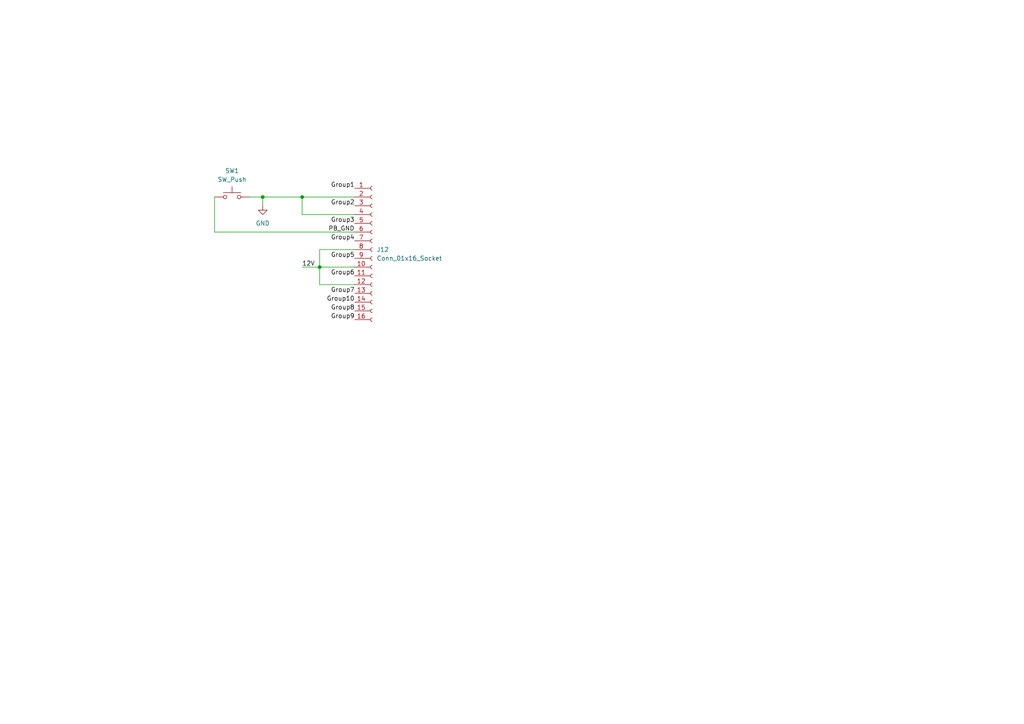
<source format=kicad_sch>
(kicad_sch (version 20250114) (generator "eeschema") (generator_version "9.0")
  (paper "A4")
  (lib_symbols
    (symbol "Connector:Conn_01x16_Socket" (pin_names (offset 1.016) (hide yes))
      (property "Reference" "J" (at 0 20.32 0))
      (property "Value" "Conn_01x16_Socket" (at 0 -22.86 0))
      (symbol "Conn_01x16_Socket_1_1"
        (polyline (pts (xy -1.27 17.78) (xy -0.508 17.78)) (stroke (width 0.1524)))
        (polyline (pts (xy -1.27 15.24) (xy -0.508 15.24)) (stroke (width 0.1524)))
        (polyline (pts (xy -1.27 12.7) (xy -0.508 12.7)) (stroke (width 0.1524)))
        (polyline (pts (xy -1.27 10.16) (xy -0.508 10.16)) (stroke (width 0.1524)))
        (polyline (pts (xy -1.27 7.62) (xy -0.508 7.62)) (stroke (width 0.1524)))
        (polyline (pts (xy -1.27 5.08) (xy -0.508 5.08)) (stroke (width 0.1524)))
        (polyline (pts (xy -1.27 2.54) (xy -0.508 2.54)) (stroke (width 0.1524)))
        (polyline (pts (xy -1.27 0) (xy -0.508 0)) (stroke (width 0.1524)))
        (polyline (pts (xy -1.27 -2.54) (xy -0.508 -2.54)) (stroke (width 0.1524)))
        (polyline (pts (xy -1.27 -5.08) (xy -0.508 -5.08)) (stroke (width 0.1524)))
        (polyline (pts (xy -1.27 -7.62) (xy -0.508 -7.62)) (stroke (width 0.1524)))
        (polyline (pts (xy -1.27 -10.16) (xy -0.508 -10.16)) (stroke (width 0.1524)))
        (polyline (pts (xy -1.27 -12.7) (xy -0.508 -12.7)) (stroke (width 0.1524)))
        (polyline (pts (xy -1.27 -15.24) (xy -0.508 -15.24)) (stroke (width 0.1524)))
        (polyline (pts (xy -1.27 -17.78) (xy -0.508 -17.78)) (stroke (width 0.1524)))
        (polyline (pts (xy -1.27 -20.32) (xy -0.508 -20.32)) (stroke (width 0.1524)))
        (arc (start 0 17.272) (mid -0.5058 17.78) (end 0 18.288) (stroke (width 0.1524)))
        (arc (start 0 14.732) (mid -0.5058 15.24) (end 0 15.748) (stroke (width 0.1524)))
        (arc (start 0 12.192) (mid -0.5058 12.7) (end 0 13.208) (stroke (width 0.1524)))
        (arc (start 0 9.652) (mid -0.5058 10.16) (end 0 10.668) (stroke (width 0.1524)))
        (arc (start 0 7.112) (mid -0.5058 7.62) (end 0 8.128) (stroke (width 0.1524)))
        (arc (start 0 4.572) (mid -0.5058 5.08) (end 0 5.588) (stroke (width 0.1524)))
        (arc (start 0 2.032) (mid -0.5058 2.54) (end 0 3.048) (stroke (width 0.1524)))
        (arc (start 0 -0.508) (mid -0.5058 0) (end 0 0.508) (stroke (width 0.1524)))
        (arc (start 0 -3.048) (mid -0.5058 -2.54) (end 0 -2.032) (stroke (width 0.1524)))
        (arc (start 0 -5.588) (mid -0.5058 -5.08) (end 0 -4.572) (stroke (width 0.1524)))
        (arc (start 0 -8.128) (mid -0.5058 -7.62) (end 0 -7.112) (stroke (width 0.1524)))
        (arc (start 0 -10.668) (mid -0.5058 -10.16) (end 0 -9.652) (stroke (width 0.1524)))
        (arc (start 0 -13.208) (mid -0.5058 -12.7) (end 0 -12.192) (stroke (width 0.1524)))
        (arc (start 0 -15.748) (mid -0.5058 -15.24) (end 0 -14.732) (stroke (width 0.1524)))
        (arc (start 0 -18.288) (mid -0.5058 -17.78) (end 0 -17.272) (stroke (width 0.1524)))
        (arc (start 0 -20.828) (mid -0.5058 -20.32) (end 0 -19.812) (stroke (width 0.1524)))
        (pin passive line (at -5.08 17.78 0) (length 3.81) (name "Pin_1") (number "1"))
        (pin passive line (at -5.08 15.24 0) (length 3.81) (name "Pin_2") (number "2"))
        (pin passive line (at -5.08 12.7 0) (length 3.81) (name "Pin_3") (number "3"))
        (pin passive line (at -5.08 10.16 0) (length 3.81) (name "Pin_4") (number "4"))
        (pin passive line (at -5.08 7.62 0) (length 3.81) (name "Pin_5") (number "5"))
        (pin passive line (at -5.08 5.08 0) (length 3.81) (name "Pin_6") (number "6"))
        (pin passive line (at -5.08 2.54 0) (length 3.81) (name "Pin_7") (number "7"))
        (pin passive line (at -5.08 0 0) (length 3.81) (name "Pin_8") (number "8"))
        (pin passive line (at -5.08 -2.54 0) (length 3.81) (name "Pin_9") (number "9"))
        (pin passive line (at -5.08 -5.08 0) (length 3.81) (name "Pin_10") (number "10"))
        (pin passive line (at -5.08 -7.62 0) (length 3.81) (name "Pin_11") (number "11"))
        (pin passive line (at -5.08 -10.16 0) (length 3.81) (name "Pin_12") (number "12"))
        (pin passive line (at -5.08 -12.7 0) (length 3.81) (name "Pin_13") (number "13"))
        (pin passive line (at -5.08 -15.24 0) (length 3.81) (name "Pin_14") (number "14"))
        (pin passive line (at -5.08 -17.78 0) (length 3.81) (name "Pin_15") (number "15"))
        (pin passive line (at -5.08 -20.32 0) (length 3.81) (name "Pin_16") (number "16"))
      )
    )
    (symbol "Switch:SW_Push" (pin_numbers (hide yes)) (pin_names (offset 1.016) (hide yes))
      (property "Reference" "SW" (at 1.27 2.54 0))
      (property "Value" "SW_Push" (at 0 -1.524 0))
      (symbol "SW_Push_0_1"
        (circle (center -2.032 0) (radius 0.508))
        (polyline (pts (xy 0 1.27) (xy 0 3.048)))
        (circle (center 2.032 0) (radius 0.508))
        (polyline (pts (xy 2.54 1.27) (xy -2.54 1.27)))
        (pin passive line (at -5.08 0 0) (length 2.54) (name "1") (number "1"))
        (pin passive line (at 5.08 0 180) (length 2.54) (name "2") (number "2"))
      )
    )
    (symbol "power:GND" (power) (pin_numbers (hide yes)) (pin_names (offset 0) (hide yes))
      (property "Value" "GND" (at 0 -3.81 0))
      (symbol "GND_0_1"
        (polyline (pts (xy 0 0) (xy 0 -1.27) (xy 1.27 -1.27) (xy 0 -2.54) (xy -1.27 -1.27) (xy 0 -1.27)))
      )
      (symbol "GND_1_1"
        (pin power_in line (at 0 0 270) (length 0) (name "~") (number "1"))
      )
    )
  )
  (junction (at 92.71 77.47))
  (junction (at 76.2 57.15))
  (junction (at 87.63 57.15))
  (wire (pts (xy 87.63 57.15) (xy 102.87 57.15)))
  (wire (pts (xy 62.23 67.31) (xy 62.23 57.15)))
  (wire (pts (xy 76.2 57.15) (xy 76.2 59.69)))
  (wire (pts (xy 92.71 72.39) (xy 92.71 77.47)))
  (wire (pts (xy 92.71 82.55) (xy 102.87 82.55)))
  (wire (pts (xy 87.63 62.23) (xy 102.87 62.23)))
  (wire (pts (xy 92.71 77.47) (xy 92.71 82.55)))
  (wire (pts (xy 72.39 57.15) (xy 76.2 57.15)))
  (wire (pts (xy 76.2 57.15) (xy 87.63 57.15)))
  (wire (pts (xy 87.63 57.15) (xy 87.63 62.23)))
  (wire (pts (xy 102.87 72.39) (xy 92.71 72.39)))
  (wire (pts (xy 92.71 77.47) (xy 102.87 77.47)))
  (wire (pts (xy 102.87 67.31) (xy 62.23 67.31)))
  (wire (pts (xy 87.63 77.47) (xy 92.71 77.47)))
  (label "PB_GND" (at 95.25 67.31 0))
  (label "Group1" (at 102.87 54.61 180))
  (label "Group4" (at 102.87 69.85 180))
  (label "Group2" (at 102.87 59.69 180))
  (label "Group7" (at 102.87 85.09 180))
  (label "Group5" (at 102.87 74.93 180))
  (label "Group6" (at 102.87 80.01 180))
  (label "Group10" (at 102.87 87.63 180))
  (label "12V" (at 87.63 77.47 0))
  (label "Group8" (at 102.87 90.17 180))
  (label "Group9" (at 102.87 92.71 180))
  (label "Group3" (at 102.87 64.77 180))
  (symbol (lib_id "Switch:SW_Push") (at 67.31 57.15 0) (unit 1)
    (property "Reference" "SW1" (at 67.31 49.53 0))
    (property "Value" "SW_Push" (at 67.31 52.07 0))
    (property "Description" "Push button switch, generic, two pins" (effects (hide yes)))
  )
  (symbol (lib_id "Connector:Conn_01x16_Socket") (at 107.95 72.39 0) (unit 1)
    (property "Reference" "J12" (at 109.22 72.3899 0) (effects (justify left)))
    (property "Value" "Conn_01x16_Socket" (at 109.22 74.9299 0) (effects (justify left)))
    (property "Description" "Generic connector, single row, 01x16, script generated" (effects (hide yes)))
  )
  (symbol (lib_id "power:GND") (at 76.2 59.69 0) (unit 1)
    (property "Reference" "#PWR026" (effects (hide yes)))
    (property "Value" "GND" (at 76.2 64.77 0))
    (property "Description" "Power symbol creates a global label with name \"GND\" , ground" (effects (hide yes)))
  )
)
</source>
